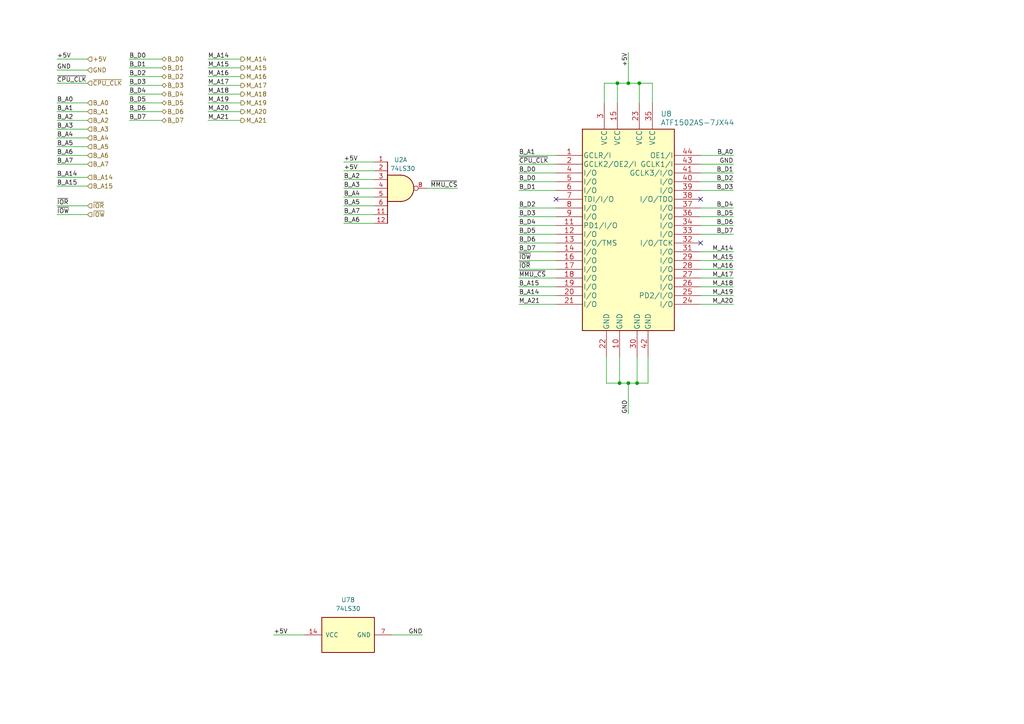
<source format=kicad_sch>
(kicad_sch (version 20230121) (generator eeschema)
  (paper "A4")
  (title_block (date "2024-03-15"))
  (lib_symbols
    (symbol "74xx:74LS30" (pin_names (offset 1.016))
      (property "Reference" "U" (at 0 1.27 0))
      (property "Value" "74LS30" (at 0 -1.27 0))
      (symbol "74LS30_1_1"
        (arc (start 0 -3.81) (mid 3.7934 0) (end 0 3.81) (stroke (width 0.254)) (fill (type background)))
        (polyline (pts (xy -3.81 7.62) (xy -3.81 -10.16)) (stroke (width 0.254)))
        (polyline (pts (xy 0 3.81) (xy -3.81 3.81) (xy -3.81 -3.81) (xy 0 -3.81)) (stroke (width 0.254)) (fill (type background)))
        (pin input line (at -7.62 7.62 0) (length 3.81) (name "~") (number "1"))
        (pin input line (at -7.62 -7.62 0) (length 3.81) (name "~") (number "11"))
        (pin input line (at -7.62 -10.16 0) (length 3.81) (name "~") (number "12"))
        (pin input line (at -7.62 5.08 0) (length 3.81) (name "~") (number "2"))
        (pin input line (at -7.62 2.54 0) (length 3.81) (name "~") (number "3"))
        (pin input line (at -7.62 0 0) (length 3.81) (name "~") (number "4"))
        (pin input line (at -7.62 -2.54 0) (length 3.81) (name "~") (number "5"))
        (pin input line (at -7.62 -5.08 0) (length 3.81) (name "~") (number "6"))
        (pin output inverted (at 7.62 0 180) (length 3.81) (name "~") (number "8"))
      )
      (symbol "74LS30_1_2"
        (arc (start -3.81 -3.81) (mid -2.589 0) (end -3.81 3.81) (stroke (width 0.254)))
        (arc (start -0.6096 -3.81) (mid 2.1842 -2.5851) (end 3.81 0) (stroke (width 0.254)) (fill (type background)))
        (polyline (pts (xy -3.81 -3.81) (xy -3.81 -10.16)) (stroke (width 0.254)))
        (polyline (pts (xy -3.81 -3.81) (xy -0.635 -3.81)) (stroke (width 0.254)) (fill (type background)))
        (polyline (pts (xy -3.81 3.81) (xy -0.635 3.81)) (stroke (width 0.254)) (fill (type background)))
        (polyline (pts (xy -3.81 7.62) (xy -3.81 3.81)) (stroke (width 0.254)))
        (polyline (pts (xy -0.635 3.81) (xy -3.81 3.81) (xy -3.81 3.81) (xy -3.556 3.4036) (xy -3.0226 2.2606) (xy -2.6924 1.0414) (xy -2.6162 -0.254) (xy -2.7686 -1.4986) (xy -3.175 -2.7178) (xy -3.81 -3.81) (xy -3.81 -3.81) (xy -0.635 -3.81)) (stroke (width -25.4)) (fill (type background)))
        (arc (start 3.81 0) (mid 2.1915 2.5936) (end -0.6096 3.81) (stroke (width 0.254)) (fill (type background)))
        (pin input inverted (at -7.62 7.62 0) (length 3.81) (name "~") (number "1"))
        (pin input inverted (at -7.62 -7.62 0) (length 3.81) (name "~") (number "11"))
        (pin input inverted (at -7.62 -10.16 0) (length 3.81) (name "~") (number "12"))
        (pin input inverted (at -7.62 5.08 0) (length 3.81) (name "~") (number "2"))
        (pin input inverted (at -7.62 2.54 0) (length 4.5466) (name "~") (number "3"))
        (pin input inverted (at -7.62 0 0) (length 5.08) (name "~") (number "4"))
        (pin input inverted (at -7.62 -2.54 0) (length 4.5466) (name "~") (number "5"))
        (pin input inverted (at -7.62 -5.08 0) (length 3.81) (name "~") (number "6"))
        (pin output line (at 7.62 0 180) (length 3.81) (name "~") (number "8"))
      )
      (symbol "74LS30_2_0"
        (pin power_in line (at 0 12.7 270) (length 5.08) (name "VCC") (number "14"))
        (pin power_in line (at 0 -12.7 90) (length 5.08) (name "GND") (number "7"))
      )
      (symbol "74LS30_2_1"
        (rectangle (start -5.08 7.62) (end 5.08 -7.62) (stroke (width 0.254)) (fill (type background)))
      )
    )
    (symbol "own_device:ATF1504AS-7JX44" (pin_names (offset 0.254))
      (property "Reference" "U8" (at 9.3362 33.655 0))
      (property "Value" "ATF1502AS-7JX44" (at 9.3362 31.115 0))
      (symbol "ATF1504AS-7JX44_0_1"
        (rectangle (start -13.335 29.21) (end 13.335 -29.21) (stroke (width 0.254)) (fill (type background)))
      )
      (symbol "ATF1504AS-7JX44_1_1"
        (pin bidirectional line (at -20.955 21.59 0) (length 7.62) (name "GCLR/I") (number "1"))
        (pin power_in line (at -2.54 -36.83 90) (length 7.62) (name "GND") (number "10"))
        (pin bidirectional line (at -20.955 1.27 0) (length 7.62) (name "PD1/I/O") (number "11"))
        (pin bidirectional line (at -20.955 -1.27 0) (length 7.62) (name "I/O") (number "12"))
        (pin bidirectional line (at -20.955 -3.81 0) (length 7.62) (name "I/O/TMS") (number "13"))
        (pin bidirectional line (at -20.955 -6.35 0) (length 7.62) (name "I/O") (number "14"))
        (pin power_in line (at -3.175 36.83 270) (length 7.62) (name "VCC") (number "15"))
        (pin bidirectional line (at -20.955 -8.89 0) (length 7.62) (name "I/O") (number "16"))
        (pin bidirectional line (at -20.955 -11.43 0) (length 7.62) (name "I/O") (number "17"))
        (pin bidirectional line (at -20.955 -13.97 0) (length 7.62) (name "I/O") (number "18"))
        (pin bidirectional line (at -20.955 -16.51 0) (length 7.62) (name "I/O") (number "19"))
        (pin bidirectional line (at -20.955 19.05 0) (length 7.62) (name "GCLK2/OE2/I") (number "2"))
        (pin bidirectional line (at -20.955 -19.05 0) (length 7.62) (name "I/O") (number "20"))
        (pin bidirectional line (at -20.955 -21.59 0) (length 7.62) (name "I/O") (number "21"))
        (pin power_in line (at -6.35 -36.83 90) (length 7.62) (name "GND") (number "22"))
        (pin power_in line (at 3.175 36.83 270) (length 7.62) (name "VCC") (number "23"))
        (pin bidirectional line (at 20.955 -21.59 180) (length 7.62) (name "I/O") (number "24"))
        (pin bidirectional line (at 20.955 -19.05 180) (length 7.62) (name "PD2/I/O") (number "25"))
        (pin bidirectional line (at 20.955 -16.51 180) (length 7.62) (name "I/O") (number "26"))
        (pin bidirectional line (at 20.955 -13.97 180) (length 7.62) (name "I/O") (number "27"))
        (pin bidirectional line (at 20.955 -11.43 180) (length 7.62) (name "I/O") (number "28"))
        (pin bidirectional line (at 20.955 -8.89 180) (length 7.62) (name "I/O") (number "29"))
        (pin power_in line (at -6.985 36.83 270) (length 7.62) (name "VCC") (number "3"))
        (pin power_in line (at 2.54 -36.83 90) (length 7.62) (name "GND") (number "30"))
        (pin bidirectional line (at 20.955 -6.35 180) (length 7.62) (name "I/O") (number "31"))
        (pin bidirectional line (at 20.955 -3.81 180) (length 7.62) (name "I/O/TCK") (number "32"))
        (pin bidirectional line (at 20.955 -1.27 180) (length 7.62) (name "I/O") (number "33"))
        (pin bidirectional line (at 20.955 1.27 180) (length 7.62) (name "I/O") (number "34"))
        (pin power_in line (at 6.985 36.83 270) (length 7.62) (name "VCC") (number "35"))
        (pin bidirectional line (at 20.955 3.81 180) (length 7.62) (name "I/O") (number "36"))
        (pin bidirectional line (at 20.955 6.35 180) (length 7.62) (name "I/O") (number "37"))
        (pin bidirectional line (at 20.955 8.89 180) (length 7.62) (name "I/O/TDO") (number "38"))
        (pin bidirectional line (at 20.955 11.43 180) (length 7.62) (name "I/O") (number "39"))
        (pin bidirectional line (at -20.955 16.51 0) (length 7.62) (name "I/O") (number "4"))
        (pin bidirectional line (at 20.955 13.97 180) (length 7.62) (name "I/O") (number "40"))
        (pin bidirectional line (at 20.955 16.51 180) (length 7.62) (name "GCLK3/I/O") (number "41"))
        (pin power_in line (at 5.715 -36.83 90) (length 7.62) (name "GND") (number "42"))
        (pin bidirectional line (at 20.955 19.05 180) (length 7.62) (name "GCLK1/I") (number "43"))
        (pin bidirectional line (at 20.955 21.59 180) (length 7.62) (name "OE1/I") (number "44"))
        (pin bidirectional line (at -20.955 13.97 0) (length 7.62) (name "I/O") (number "5"))
        (pin bidirectional line (at -20.955 11.43 0) (length 7.62) (name "I/O") (number "6"))
        (pin bidirectional line (at -20.955 8.89 0) (length 7.62) (name "TDI/I/O") (number "7"))
        (pin bidirectional line (at -20.955 6.35 0) (length 7.62) (name "I/O") (number "8"))
        (pin bidirectional line (at -20.955 3.81 0) (length 7.62) (name "I/O") (number "9"))
      )
    )
  )
  (junction (at 185.42 24.13))
  (junction (at 184.785 111.125))
  (junction (at 182.245 24.13))
  (junction (at 179.07 24.13))
  (junction (at 182.245 111.125))
  (junction (at 179.705 111.125))
  (no_connect (at 203.2 70.485))
  (no_connect (at 161.29 57.785))
  (no_connect (at 203.2 57.785))
  (wire (pts (xy 16.51 20.32) (xy 25.4 20.32)))
  (wire (pts (xy 69.85 19.685) (xy 60.325 19.685)))
  (wire (pts (xy 203.2 67.945) (xy 212.725 67.945)))
  (wire (pts (xy 203.2 62.865) (xy 212.725 62.865)))
  (wire (pts (xy 69.85 17.145) (xy 60.325 17.145)))
  (wire (pts (xy 187.96 111.125) (xy 184.785 111.125)))
  (wire (pts (xy 184.785 103.505) (xy 184.785 111.125)))
  (wire (pts (xy 203.2 50.165) (xy 212.725 50.165)))
  (wire (pts (xy 189.23 29.845) (xy 189.23 24.13)))
  (wire (pts (xy 99.695 57.15) (xy 108.585 57.15)))
  (wire (pts (xy 203.2 85.725) (xy 212.725 85.725)))
  (wire (pts (xy 175.26 29.845) (xy 175.26 24.13)))
  (wire (pts (xy 203.2 78.105) (xy 212.725 78.105)))
  (wire (pts (xy 203.2 75.565) (xy 212.725 75.565)))
  (wire (pts (xy 203.2 88.265) (xy 212.725 88.265)))
  (wire (pts (xy 203.2 52.705) (xy 212.725 52.705)))
  (wire (pts (xy 161.29 55.245) (xy 150.495 55.245)))
  (wire (pts (xy 161.29 65.405) (xy 150.495 65.405)))
  (wire (pts (xy 203.2 80.645) (xy 212.725 80.645)))
  (wire (pts (xy 46.99 22.225) (xy 37.465 22.225)))
  (wire (pts (xy 161.29 88.265) (xy 150.495 88.265)))
  (wire (pts (xy 203.2 65.405) (xy 212.725 65.405)))
  (wire (pts (xy 46.99 24.765) (xy 37.465 24.765)))
  (wire (pts (xy 203.2 83.185) (xy 212.725 83.185)))
  (wire (pts (xy 99.695 49.53) (xy 108.585 49.53)))
  (wire (pts (xy 69.85 27.305) (xy 60.325 27.305)))
  (wire (pts (xy 150.495 80.645) (xy 161.29 80.645)))
  (wire (pts (xy 46.99 17.145) (xy 37.465 17.145)))
  (wire (pts (xy 99.695 54.61) (xy 108.585 54.61)))
  (wire (pts (xy 16.51 24.13) (xy 25.4 24.13)))
  (wire (pts (xy 16.51 47.625) (xy 25.4 47.625)))
  (wire (pts (xy 161.29 50.165) (xy 150.495 50.165)))
  (wire (pts (xy 179.07 29.845) (xy 179.07 24.13)))
  (wire (pts (xy 16.51 62.23) (xy 25.4 62.23)))
  (wire (pts (xy 179.07 24.13) (xy 182.245 24.13)))
  (wire (pts (xy 16.51 37.465) (xy 25.4 37.465)))
  (wire (pts (xy 150.495 45.085) (xy 161.29 45.085)))
  (wire (pts (xy 185.42 24.13) (xy 182.245 24.13)))
  (wire (pts (xy 69.85 32.385) (xy 60.325 32.385)))
  (wire (pts (xy 69.85 29.845) (xy 60.325 29.845)))
  (wire (pts (xy 69.85 34.925) (xy 60.325 34.925)))
  (wire (pts (xy 46.99 32.385) (xy 37.465 32.385)))
  (wire (pts (xy 99.695 52.07) (xy 108.585 52.07)))
  (wire (pts (xy 161.29 60.325) (xy 150.495 60.325)))
  (wire (pts (xy 99.695 64.77) (xy 108.585 64.77)))
  (wire (pts (xy 212.725 47.625) (xy 203.2 47.625)))
  (wire (pts (xy 69.85 24.765) (xy 60.325 24.765)))
  (wire (pts (xy 69.85 22.225) (xy 60.325 22.225)))
  (wire (pts (xy 46.99 27.305) (xy 37.465 27.305)))
  (wire (pts (xy 203.2 73.025) (xy 212.725 73.025)))
  (wire (pts (xy 16.51 40.005) (xy 25.4 40.005)))
  (wire (pts (xy 79.375 184.15) (xy 88.265 184.15)))
  (wire (pts (xy 175.895 111.125) (xy 179.705 111.125)))
  (wire (pts (xy 46.99 34.925) (xy 37.465 34.925)))
  (wire (pts (xy 179.705 103.505) (xy 179.705 111.125)))
  (wire (pts (xy 150.495 47.625) (xy 161.29 47.625)))
  (wire (pts (xy 161.29 70.485) (xy 150.495 70.485)))
  (wire (pts (xy 203.2 55.245) (xy 212.725 55.245)))
  (wire (pts (xy 132.715 54.61) (xy 123.825 54.61)))
  (wire (pts (xy 179.705 111.125) (xy 182.245 111.125)))
  (wire (pts (xy 46.99 29.845) (xy 37.465 29.845)))
  (wire (pts (xy 161.29 73.025) (xy 150.495 73.025)))
  (wire (pts (xy 150.495 75.565) (xy 161.29 75.565)))
  (wire (pts (xy 182.245 15.24) (xy 182.245 24.13)))
  (wire (pts (xy 182.245 120.015) (xy 182.245 111.125)))
  (wire (pts (xy 16.51 51.435) (xy 25.4 51.435)))
  (wire (pts (xy 175.895 103.505) (xy 175.895 111.125)))
  (wire (pts (xy 99.695 62.23) (xy 108.585 62.23)))
  (wire (pts (xy 99.695 59.69) (xy 108.585 59.69)))
  (wire (pts (xy 46.99 19.685) (xy 37.465 19.685)))
  (wire (pts (xy 161.29 67.945) (xy 150.495 67.945)))
  (wire (pts (xy 187.96 103.505) (xy 187.96 111.125)))
  (wire (pts (xy 16.51 42.545) (xy 25.4 42.545)))
  (wire (pts (xy 150.495 78.105) (xy 161.29 78.105)))
  (wire (pts (xy 16.51 29.845) (xy 25.4 29.845)))
  (wire (pts (xy 161.29 52.705) (xy 150.495 52.705)))
  (wire (pts (xy 185.42 29.845) (xy 185.42 24.13)))
  (wire (pts (xy 16.51 45.085) (xy 25.4 45.085)))
  (wire (pts (xy 16.51 32.385) (xy 25.4 32.385)))
  (wire (pts (xy 184.785 111.125) (xy 182.245 111.125)))
  (wire (pts (xy 203.2 60.325) (xy 212.725 60.325)))
  (wire (pts (xy 161.29 62.865) (xy 150.495 62.865)))
  (wire (pts (xy 99.695 46.99) (xy 108.585 46.99)))
  (wire (pts (xy 150.495 85.725) (xy 161.29 85.725)))
  (wire (pts (xy 150.495 83.185) (xy 161.29 83.185)))
  (wire (pts (xy 212.725 45.085) (xy 203.2 45.085)))
  (wire (pts (xy 122.555 184.15) (xy 113.665 184.15)))
  (wire (pts (xy 175.26 24.13) (xy 179.07 24.13)))
  (wire (pts (xy 16.51 59.69) (xy 25.4 59.69)))
  (wire (pts (xy 16.51 53.975) (xy 25.4 53.975)))
  (wire (pts (xy 16.51 17.145) (xy 25.4 17.145)))
  (wire (pts (xy 189.23 24.13) (xy 185.42 24.13)))
  (wire (pts (xy 16.51 34.925) (xy 25.4 34.925)))
  (label "M_A15" (at 212.725 75.565 180))
  (label "B_A6" (at 16.51 45.085 0))
  (label "B_D6" (at 37.465 32.385 0))
  (label "+5V" (at 16.51 17.145 0))
  (label "B_D6" (at 212.725 65.405 180))
  (label "B_A5" (at 16.51 42.545 0))
  (label "B_A7" (at 16.51 47.625 0))
  (label "GND" (at 182.245 120.015 90))
  (label "B_A1" (at 16.51 32.385 0))
  (label "~{CPU_CLK}" (at 150.495 47.625 0))
  (label "~{MMU_CS}" (at 132.715 54.61 180))
  (label "B_D4" (at 37.465 27.305 0))
  (label "M_A15" (at 60.325 19.685 0))
  (label "B_A1" (at 150.495 45.085 0))
  (label "~{IOW}" (at 150.495 75.565 0))
  (label "M_A14" (at 60.325 17.145 0))
  (label "~{MMU_CS}" (at 150.495 80.645 0))
  (label "M_A21" (at 60.325 34.925 0))
  (label "B_A3" (at 99.695 54.61 0))
  (label "B_A5" (at 99.695 59.69 0))
  (label "~{IOW}" (at 16.51 62.23 0))
  (label "M_A18" (at 60.325 27.305 0))
  (label "M_A19" (at 212.725 85.725 180))
  (label "B_A6" (at 99.695 64.77 0))
  (label "B_D1" (at 212.725 50.165 180))
  (label "GND" (at 16.51 20.32 0))
  (label "~{IOR}" (at 150.495 78.105 0))
  (label "B_D2" (at 212.725 52.705 180))
  (label "B_D7" (at 150.495 73.025 0))
  (label "B_D0" (at 37.465 17.145 0))
  (label "B_D1" (at 37.465 19.685 0))
  (label "B_D1" (at 150.495 55.245 0))
  (label "M_A18" (at 212.725 83.185 180))
  (label "GND" (at 122.555 184.15 180))
  (label "B_D7" (at 37.465 34.925 0))
  (label "B_D5" (at 37.465 29.845 0))
  (label "~{IOR}" (at 16.51 59.69 0))
  (label "M_A16" (at 60.325 22.225 0))
  (label "M_A14" (at 212.725 73.025 180))
  (label "M_A20" (at 60.325 32.385 0))
  (label "B_D6" (at 150.495 70.485 0))
  (label "B_A2" (at 99.695 52.07 0))
  (label "B_A14" (at 16.51 51.435 0))
  (label "GND" (at 212.725 47.625 180))
  (label "+5V" (at 99.695 49.53 0))
  (label "M_A17" (at 60.325 24.765 0))
  (label "B_D0" (at 150.495 50.165 0))
  (label "M_A16" (at 212.725 78.105 180))
  (label "B_D7" (at 212.725 67.945 180))
  (label "B_D4" (at 150.495 65.405 0))
  (label "~{CPU_CLK}" (at 16.51 24.13 0))
  (label "M_A17" (at 212.725 80.645 180))
  (label "B_D5" (at 150.495 67.945 0))
  (label "B_A0" (at 16.51 29.845 0))
  (label "B_D2" (at 37.465 22.225 0))
  (label "B_A15" (at 16.51 53.975 0))
  (label "B_A2" (at 16.51 34.925 0))
  (label "B_A4" (at 16.51 40.005 0))
  (label "B_A7" (at 99.695 62.23 0))
  (label "B_A15" (at 150.495 83.185 0))
  (label "B_D2" (at 150.495 60.325 0))
  (label "B_D3" (at 212.725 55.245 180))
  (label "+5V" (at 182.245 15.24 270))
  (label "B_D3" (at 37.465 24.765 0))
  (label "M_A20" (at 212.725 88.265 180))
  (label "+5V" (at 79.375 184.15 0))
  (label "+5V" (at 99.695 46.99 0))
  (label "B_A3" (at 16.51 37.465 0))
  (label "B_D0" (at 150.495 52.705 0))
  (label "B_A14" (at 150.495 85.725 0))
  (label "B_D5" (at 212.725 62.865 180))
  (label "B_D4" (at 212.725 60.325 180))
  (label "B_D3" (at 150.495 62.865 0))
  (label "B_A0" (at 212.725 45.085 180))
  (label "B_A4" (at 99.695 57.15 0))
  (label "M_A21" (at 150.495 88.265 0))
  (label "M_A19" (at 60.325 29.845 0))
  (hierarchical_label "M_A15" (shape output) (at 69.85 19.685 0))
  (hierarchical_label "B_A4" (shape input) (at 25.4 40.005 0))
  (hierarchical_label "B_D4" (shape tri_state) (at 46.99 27.305 0))
  (hierarchical_label "B_D7" (shape tri_state) (at 46.99 34.925 0))
  (hierarchical_label "B_A14" (shape input) (at 25.4 51.435 0))
  (hierarchical_label "M_A16" (shape output) (at 69.85 22.225 0))
  (hierarchical_label "B_A3" (shape input) (at 25.4 37.465 0))
  (hierarchical_label "~{CPU_CLK}" (shape input) (at 25.4 24.13 0))
  (hierarchical_label "M_A20" (shape output) (at 69.85 32.385 0))
  (hierarchical_label "B_A1" (shape input) (at 25.4 32.385 0))
  (hierarchical_label "B_A6" (shape input) (at 25.4 45.085 0))
  (hierarchical_label "+5V" (shape input) (at 25.4 17.145 0))
  (hierarchical_label "M_A19" (shape output) (at 69.85 29.845 0))
  (hierarchical_label "B_A15" (shape input) (at 25.4 53.975 0))
  (hierarchical_label "M_A21" (shape output) (at 69.85 34.925 0))
  (hierarchical_label "B_D5" (shape tri_state) (at 46.99 29.845 0))
  (hierarchical_label "~{IOW}" (shape input) (at 25.4 62.23 0))
  (hierarchical_label "M_A17" (shape output) (at 69.85 24.765 0))
  (hierarchical_label "B_D1" (shape tri_state) (at 46.99 19.685 0))
  (hierarchical_label "B_D2" (shape tri_state) (at 46.99 22.225 0))
  (hierarchical_label "B_A5" (shape input) (at 25.4 42.545 0))
  (hierarchical_label "B_D6" (shape tri_state) (at 46.99 32.385 0))
  (hierarchical_label "B_A2" (shape input) (at 25.4 34.925 0))
  (hierarchical_label "B_D0" (shape tri_state) (at 46.99 17.145 0))
  (hierarchical_label "GND" (shape input) (at 25.4 20.32 0))
  (hierarchical_label "B_A7" (shape input) (at 25.4 47.625 0))
  (hierarchical_label "B_A0" (shape input) (at 25.4 29.845 0))
  (hierarchical_label "~{IOR}" (shape input) (at 25.4 59.69 0))
  (hierarchical_label "M_A14" (shape output) (at 69.85 17.145 0))
  (hierarchical_label "B_D3" (shape tri_state) (at 46.99 24.765 0))
  (hierarchical_label "M_A18" (shape output) (at 69.85 27.305 0))
  (symbol (lib_id "own_device:ATF1504AS-7JX44") (at 182.245 66.675 0) (unit 1)
    (property "Reference" "U8" (at 191.5812 33.02 0) (effects (font (size 1.524 1.524)) (justify left)))
    (property "Value" "ATF1502AS-7JX44" (at 191.5812 35.56 0) (effects (font (size 1.524 1.524)) (justify left)))
    (property "Footprint" "Package_LCC:PLCC-44_THT-Socket" (effects hide))
  )
  (symbol (lib_id "74xx:74LS30") (at 100.965 184.15 90) (unit 2)
    (property "Reference" "U7" (at 100.965 173.99 90))
    (property "Value" "74LS30" (at 100.965 176.53 90))
    (property "Footprint" "Package_DIP:DIP-14_W7.62mm_Socket" (effects hide))
    (property "Datasheet" "http://www.ti.com/lit/gpn/sn74LS30" (effects hide))
  )
  (symbol (lib_id "74xx:74LS30") (at 116.205 54.61 0) (unit 1)
    (property "Reference" "U2" (at 116.205 46.355 0))
    (property "Value" "74LS30" (at 116.84 48.895 0))
    (property "Footprint" "Package_DIP:DIP-14_W7.62mm_Socket" (effects hide))
    (property "Datasheet" "http://www.ti.com/lit/gpn/sn74LS30" (effects hide))
    (instances (project "cpu_board_ext_bus_v2" (path "" (reference "U2") (unit 1)) (path "" (reference "U7") (unit 1))))
  )
)
</source>
